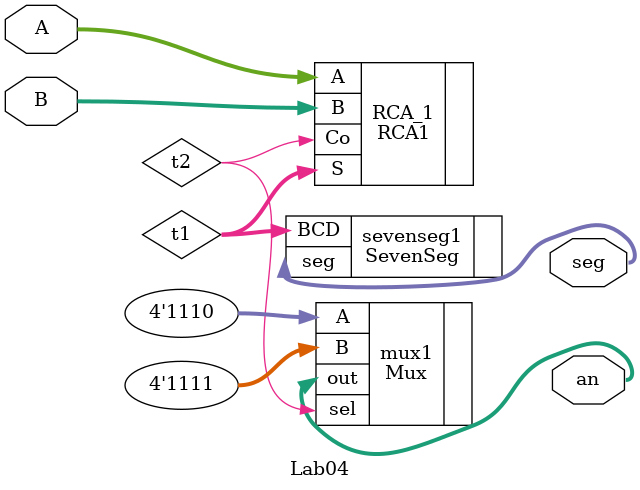
<source format=sv>
`timescale 1ns / 1ps


module Lab04(
    input[3:0] A,
    input[3:0] B,
    output[3:0] an,
    output[6:0] seg
    );
    logic [3:0]t1;
    logic [0:0]t2;
//    logic muxin1 = 4'b1110;
//    logic muxin2 = 4'b1111;

    RCA1 RCA_1 (.A(A), .B(B), .S(t1) , .Co(t2));
    Mux mux1(.A(4'b1110), .B(4'b1111), .sel(t2), .out(an));
    SevenSeg sevenseg1(.BCD(t1), .seg(seg));

    
endmodule

</source>
